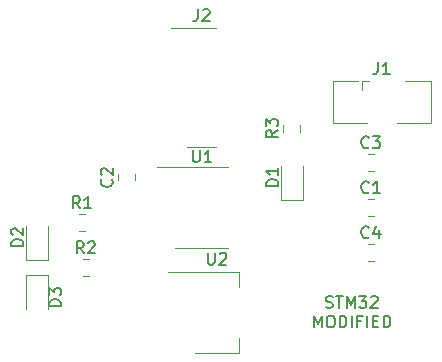
<source format=gbr>
G04 #@! TF.GenerationSoftware,KiCad,Pcbnew,(5.1.2)-2*
G04 #@! TF.CreationDate,2019-11-17T20:51:39-03:00*
G04 #@! TF.ProjectId,circuit,63697263-7569-4742-9e6b-696361645f70,rev?*
G04 #@! TF.SameCoordinates,Original*
G04 #@! TF.FileFunction,Legend,Top*
G04 #@! TF.FilePolarity,Positive*
%FSLAX46Y46*%
G04 Gerber Fmt 4.6, Leading zero omitted, Abs format (unit mm)*
G04 Created by KiCad (PCBNEW (5.1.2)-2) date 2019-11-17 20:51:39*
%MOMM*%
%LPD*%
G04 APERTURE LIST*
%ADD10C,0.150000*%
%ADD11C,0.120000*%
G04 APERTURE END LIST*
D10*
X169259523Y-83399761D02*
X169402380Y-83447380D01*
X169640476Y-83447380D01*
X169735714Y-83399761D01*
X169783333Y-83352142D01*
X169830952Y-83256904D01*
X169830952Y-83161666D01*
X169783333Y-83066428D01*
X169735714Y-83018809D01*
X169640476Y-82971190D01*
X169450000Y-82923571D01*
X169354761Y-82875952D01*
X169307142Y-82828333D01*
X169259523Y-82733095D01*
X169259523Y-82637857D01*
X169307142Y-82542619D01*
X169354761Y-82495000D01*
X169450000Y-82447380D01*
X169688095Y-82447380D01*
X169830952Y-82495000D01*
X170116666Y-82447380D02*
X170688095Y-82447380D01*
X170402380Y-83447380D02*
X170402380Y-82447380D01*
X171021428Y-83447380D02*
X171021428Y-82447380D01*
X171354761Y-83161666D01*
X171688095Y-82447380D01*
X171688095Y-83447380D01*
X172069047Y-82447380D02*
X172688095Y-82447380D01*
X172354761Y-82828333D01*
X172497619Y-82828333D01*
X172592857Y-82875952D01*
X172640476Y-82923571D01*
X172688095Y-83018809D01*
X172688095Y-83256904D01*
X172640476Y-83352142D01*
X172592857Y-83399761D01*
X172497619Y-83447380D01*
X172211904Y-83447380D01*
X172116666Y-83399761D01*
X172069047Y-83352142D01*
X173069047Y-82542619D02*
X173116666Y-82495000D01*
X173211904Y-82447380D01*
X173450000Y-82447380D01*
X173545238Y-82495000D01*
X173592857Y-82542619D01*
X173640476Y-82637857D01*
X173640476Y-82733095D01*
X173592857Y-82875952D01*
X173021428Y-83447380D01*
X173640476Y-83447380D01*
X168235714Y-85097380D02*
X168235714Y-84097380D01*
X168569047Y-84811666D01*
X168902380Y-84097380D01*
X168902380Y-85097380D01*
X169569047Y-84097380D02*
X169759523Y-84097380D01*
X169854761Y-84145000D01*
X169950000Y-84240238D01*
X169997619Y-84430714D01*
X169997619Y-84764047D01*
X169950000Y-84954523D01*
X169854761Y-85049761D01*
X169759523Y-85097380D01*
X169569047Y-85097380D01*
X169473809Y-85049761D01*
X169378571Y-84954523D01*
X169330952Y-84764047D01*
X169330952Y-84430714D01*
X169378571Y-84240238D01*
X169473809Y-84145000D01*
X169569047Y-84097380D01*
X170426190Y-85097380D02*
X170426190Y-84097380D01*
X170664285Y-84097380D01*
X170807142Y-84145000D01*
X170902380Y-84240238D01*
X170950000Y-84335476D01*
X170997619Y-84525952D01*
X170997619Y-84668809D01*
X170950000Y-84859285D01*
X170902380Y-84954523D01*
X170807142Y-85049761D01*
X170664285Y-85097380D01*
X170426190Y-85097380D01*
X171426190Y-85097380D02*
X171426190Y-84097380D01*
X172235714Y-84573571D02*
X171902380Y-84573571D01*
X171902380Y-85097380D02*
X171902380Y-84097380D01*
X172378571Y-84097380D01*
X172759523Y-85097380D02*
X172759523Y-84097380D01*
X173235714Y-84573571D02*
X173569047Y-84573571D01*
X173711904Y-85097380D02*
X173235714Y-85097380D01*
X173235714Y-84097380D01*
X173711904Y-84097380D01*
X174140476Y-85097380D02*
X174140476Y-84097380D01*
X174378571Y-84097380D01*
X174521428Y-84145000D01*
X174616666Y-84240238D01*
X174664285Y-84335476D01*
X174711904Y-84525952D01*
X174711904Y-84668809D01*
X174664285Y-84859285D01*
X174616666Y-84954523D01*
X174521428Y-85049761D01*
X174378571Y-85097380D01*
X174140476Y-85097380D01*
D11*
X172793922Y-74220000D02*
X173311078Y-74220000D01*
X172793922Y-75640000D02*
X173311078Y-75640000D01*
X153110000Y-72648578D02*
X153110000Y-72131422D01*
X151690000Y-72648578D02*
X151690000Y-72131422D01*
X172793922Y-70410000D02*
X173311078Y-70410000D01*
X172793922Y-71830000D02*
X173311078Y-71830000D01*
X172793922Y-79450000D02*
X173311078Y-79450000D01*
X172793922Y-78030000D02*
X173311078Y-78030000D01*
X165460000Y-71390000D02*
X165460000Y-74275000D01*
X165460000Y-74275000D02*
X167280000Y-74275000D01*
X167280000Y-74275000D02*
X167280000Y-71390000D01*
X145690000Y-79355000D02*
X145690000Y-76470000D01*
X143870000Y-79355000D02*
X145690000Y-79355000D01*
X143870000Y-76470000D02*
X143870000Y-79355000D01*
X145690000Y-83550000D02*
X145690000Y-80665000D01*
X145690000Y-80665000D02*
X143870000Y-80665000D01*
X143870000Y-80665000D02*
X143870000Y-83550000D01*
X172290000Y-64965000D02*
X172290000Y-64215000D01*
X172290000Y-64215000D02*
X172890000Y-64215000D01*
X171990000Y-64215000D02*
X169840000Y-64215000D01*
X178140000Y-64215000D02*
X178140000Y-67765000D01*
X169840000Y-67765000D02*
X172740000Y-67765000D01*
X169840000Y-64215000D02*
X169840000Y-67765000D01*
X178140000Y-67765000D02*
X175240000Y-67765000D01*
X175990000Y-64215000D02*
X178140000Y-64215000D01*
X157540000Y-59710000D02*
X159960000Y-59710000D01*
X157540000Y-69830000D02*
X159960000Y-69830000D01*
X156160000Y-59760000D02*
X157540000Y-59760000D01*
X157540000Y-59710000D02*
X157540000Y-59760000D01*
X159960000Y-59710000D02*
X159960000Y-59760000D01*
X157540000Y-69780000D02*
X157540000Y-69830000D01*
X159960000Y-69780000D02*
X159960000Y-69830000D01*
X148331422Y-76910000D02*
X148848578Y-76910000D01*
X148331422Y-75490000D02*
X148848578Y-75490000D01*
X148663922Y-79300000D02*
X149181078Y-79300000D01*
X148663922Y-80720000D02*
X149181078Y-80720000D01*
X165660000Y-68506078D02*
X165660000Y-67988922D01*
X167080000Y-68506078D02*
X167080000Y-67988922D01*
X156520000Y-78380000D02*
X160980000Y-78380000D01*
X155000000Y-71480000D02*
X160980000Y-71480000D01*
X161930000Y-87230000D02*
X161930000Y-85970000D01*
X161930000Y-80410000D02*
X161930000Y-81670000D01*
X158170000Y-87230000D02*
X161930000Y-87230000D01*
X155920000Y-80410000D02*
X161930000Y-80410000D01*
D10*
X172885833Y-73637142D02*
X172838214Y-73684761D01*
X172695357Y-73732380D01*
X172600119Y-73732380D01*
X172457261Y-73684761D01*
X172362023Y-73589523D01*
X172314404Y-73494285D01*
X172266785Y-73303809D01*
X172266785Y-73160952D01*
X172314404Y-72970476D01*
X172362023Y-72875238D01*
X172457261Y-72780000D01*
X172600119Y-72732380D01*
X172695357Y-72732380D01*
X172838214Y-72780000D01*
X172885833Y-72827619D01*
X173838214Y-73732380D02*
X173266785Y-73732380D01*
X173552500Y-73732380D02*
X173552500Y-72732380D01*
X173457261Y-72875238D01*
X173362023Y-72970476D01*
X173266785Y-73018095D01*
X151107142Y-72556666D02*
X151154761Y-72604285D01*
X151202380Y-72747142D01*
X151202380Y-72842380D01*
X151154761Y-72985238D01*
X151059523Y-73080476D01*
X150964285Y-73128095D01*
X150773809Y-73175714D01*
X150630952Y-73175714D01*
X150440476Y-73128095D01*
X150345238Y-73080476D01*
X150250000Y-72985238D01*
X150202380Y-72842380D01*
X150202380Y-72747142D01*
X150250000Y-72604285D01*
X150297619Y-72556666D01*
X150297619Y-72175714D02*
X150250000Y-72128095D01*
X150202380Y-72032857D01*
X150202380Y-71794761D01*
X150250000Y-71699523D01*
X150297619Y-71651904D01*
X150392857Y-71604285D01*
X150488095Y-71604285D01*
X150630952Y-71651904D01*
X151202380Y-72223333D01*
X151202380Y-71604285D01*
X172885833Y-69827142D02*
X172838214Y-69874761D01*
X172695357Y-69922380D01*
X172600119Y-69922380D01*
X172457261Y-69874761D01*
X172362023Y-69779523D01*
X172314404Y-69684285D01*
X172266785Y-69493809D01*
X172266785Y-69350952D01*
X172314404Y-69160476D01*
X172362023Y-69065238D01*
X172457261Y-68970000D01*
X172600119Y-68922380D01*
X172695357Y-68922380D01*
X172838214Y-68970000D01*
X172885833Y-69017619D01*
X173219166Y-68922380D02*
X173838214Y-68922380D01*
X173504880Y-69303333D01*
X173647738Y-69303333D01*
X173742976Y-69350952D01*
X173790595Y-69398571D01*
X173838214Y-69493809D01*
X173838214Y-69731904D01*
X173790595Y-69827142D01*
X173742976Y-69874761D01*
X173647738Y-69922380D01*
X173362023Y-69922380D01*
X173266785Y-69874761D01*
X173219166Y-69827142D01*
X172885833Y-77447142D02*
X172838214Y-77494761D01*
X172695357Y-77542380D01*
X172600119Y-77542380D01*
X172457261Y-77494761D01*
X172362023Y-77399523D01*
X172314404Y-77304285D01*
X172266785Y-77113809D01*
X172266785Y-76970952D01*
X172314404Y-76780476D01*
X172362023Y-76685238D01*
X172457261Y-76590000D01*
X172600119Y-76542380D01*
X172695357Y-76542380D01*
X172838214Y-76590000D01*
X172885833Y-76637619D01*
X173742976Y-76875714D02*
X173742976Y-77542380D01*
X173504880Y-76494761D02*
X173266785Y-77209047D01*
X173885833Y-77209047D01*
X165222380Y-73128095D02*
X164222380Y-73128095D01*
X164222380Y-72890000D01*
X164270000Y-72747142D01*
X164365238Y-72651904D01*
X164460476Y-72604285D01*
X164650952Y-72556666D01*
X164793809Y-72556666D01*
X164984285Y-72604285D01*
X165079523Y-72651904D01*
X165174761Y-72747142D01*
X165222380Y-72890000D01*
X165222380Y-73128095D01*
X165222380Y-71604285D02*
X165222380Y-72175714D01*
X165222380Y-71890000D02*
X164222380Y-71890000D01*
X164365238Y-71985238D01*
X164460476Y-72080476D01*
X164508095Y-72175714D01*
X143632380Y-78208095D02*
X142632380Y-78208095D01*
X142632380Y-77970000D01*
X142680000Y-77827142D01*
X142775238Y-77731904D01*
X142870476Y-77684285D01*
X143060952Y-77636666D01*
X143203809Y-77636666D01*
X143394285Y-77684285D01*
X143489523Y-77731904D01*
X143584761Y-77827142D01*
X143632380Y-77970000D01*
X143632380Y-78208095D01*
X142727619Y-77255714D02*
X142680000Y-77208095D01*
X142632380Y-77112857D01*
X142632380Y-76874761D01*
X142680000Y-76779523D01*
X142727619Y-76731904D01*
X142822857Y-76684285D01*
X142918095Y-76684285D01*
X143060952Y-76731904D01*
X143632380Y-77303333D01*
X143632380Y-76684285D01*
X146832380Y-83288095D02*
X145832380Y-83288095D01*
X145832380Y-83050000D01*
X145880000Y-82907142D01*
X145975238Y-82811904D01*
X146070476Y-82764285D01*
X146260952Y-82716666D01*
X146403809Y-82716666D01*
X146594285Y-82764285D01*
X146689523Y-82811904D01*
X146784761Y-82907142D01*
X146832380Y-83050000D01*
X146832380Y-83288095D01*
X145832380Y-82383333D02*
X145832380Y-81764285D01*
X146213333Y-82097619D01*
X146213333Y-81954761D01*
X146260952Y-81859523D01*
X146308571Y-81811904D01*
X146403809Y-81764285D01*
X146641904Y-81764285D01*
X146737142Y-81811904D01*
X146784761Y-81859523D01*
X146832380Y-81954761D01*
X146832380Y-82240476D01*
X146784761Y-82335714D01*
X146737142Y-82383333D01*
X173656666Y-62642380D02*
X173656666Y-63356666D01*
X173609047Y-63499523D01*
X173513809Y-63594761D01*
X173370952Y-63642380D01*
X173275714Y-63642380D01*
X174656666Y-63642380D02*
X174085238Y-63642380D01*
X174370952Y-63642380D02*
X174370952Y-62642380D01*
X174275714Y-62785238D01*
X174180476Y-62880476D01*
X174085238Y-62928095D01*
X158416666Y-58162380D02*
X158416666Y-58876666D01*
X158369047Y-59019523D01*
X158273809Y-59114761D01*
X158130952Y-59162380D01*
X158035714Y-59162380D01*
X158845238Y-58257619D02*
X158892857Y-58210000D01*
X158988095Y-58162380D01*
X159226190Y-58162380D01*
X159321428Y-58210000D01*
X159369047Y-58257619D01*
X159416666Y-58352857D01*
X159416666Y-58448095D01*
X159369047Y-58590952D01*
X158797619Y-59162380D01*
X159416666Y-59162380D01*
X148423333Y-75002380D02*
X148090000Y-74526190D01*
X147851904Y-75002380D02*
X147851904Y-74002380D01*
X148232857Y-74002380D01*
X148328095Y-74050000D01*
X148375714Y-74097619D01*
X148423333Y-74192857D01*
X148423333Y-74335714D01*
X148375714Y-74430952D01*
X148328095Y-74478571D01*
X148232857Y-74526190D01*
X147851904Y-74526190D01*
X149375714Y-75002380D02*
X148804285Y-75002380D01*
X149090000Y-75002380D02*
X149090000Y-74002380D01*
X148994761Y-74145238D01*
X148899523Y-74240476D01*
X148804285Y-74288095D01*
X148755833Y-78812380D02*
X148422500Y-78336190D01*
X148184404Y-78812380D02*
X148184404Y-77812380D01*
X148565357Y-77812380D01*
X148660595Y-77860000D01*
X148708214Y-77907619D01*
X148755833Y-78002857D01*
X148755833Y-78145714D01*
X148708214Y-78240952D01*
X148660595Y-78288571D01*
X148565357Y-78336190D01*
X148184404Y-78336190D01*
X149136785Y-77907619D02*
X149184404Y-77860000D01*
X149279642Y-77812380D01*
X149517738Y-77812380D01*
X149612976Y-77860000D01*
X149660595Y-77907619D01*
X149708214Y-78002857D01*
X149708214Y-78098095D01*
X149660595Y-78240952D01*
X149089166Y-78812380D01*
X149708214Y-78812380D01*
X165172380Y-68414166D02*
X164696190Y-68747500D01*
X165172380Y-68985595D02*
X164172380Y-68985595D01*
X164172380Y-68604642D01*
X164220000Y-68509404D01*
X164267619Y-68461785D01*
X164362857Y-68414166D01*
X164505714Y-68414166D01*
X164600952Y-68461785D01*
X164648571Y-68509404D01*
X164696190Y-68604642D01*
X164696190Y-68985595D01*
X164172380Y-68080833D02*
X164172380Y-67461785D01*
X164553333Y-67795119D01*
X164553333Y-67652261D01*
X164600952Y-67557023D01*
X164648571Y-67509404D01*
X164743809Y-67461785D01*
X164981904Y-67461785D01*
X165077142Y-67509404D01*
X165124761Y-67557023D01*
X165172380Y-67652261D01*
X165172380Y-67937976D01*
X165124761Y-68033214D01*
X165077142Y-68080833D01*
X157988095Y-70082380D02*
X157988095Y-70891904D01*
X158035714Y-70987142D01*
X158083333Y-71034761D01*
X158178571Y-71082380D01*
X158369047Y-71082380D01*
X158464285Y-71034761D01*
X158511904Y-70987142D01*
X158559523Y-70891904D01*
X158559523Y-70082380D01*
X159559523Y-71082380D02*
X158988095Y-71082380D01*
X159273809Y-71082380D02*
X159273809Y-70082380D01*
X159178571Y-70225238D01*
X159083333Y-70320476D01*
X158988095Y-70368095D01*
X159258095Y-78772380D02*
X159258095Y-79581904D01*
X159305714Y-79677142D01*
X159353333Y-79724761D01*
X159448571Y-79772380D01*
X159639047Y-79772380D01*
X159734285Y-79724761D01*
X159781904Y-79677142D01*
X159829523Y-79581904D01*
X159829523Y-78772380D01*
X160258095Y-78867619D02*
X160305714Y-78820000D01*
X160400952Y-78772380D01*
X160639047Y-78772380D01*
X160734285Y-78820000D01*
X160781904Y-78867619D01*
X160829523Y-78962857D01*
X160829523Y-79058095D01*
X160781904Y-79200952D01*
X160210476Y-79772380D01*
X160829523Y-79772380D01*
M02*

</source>
